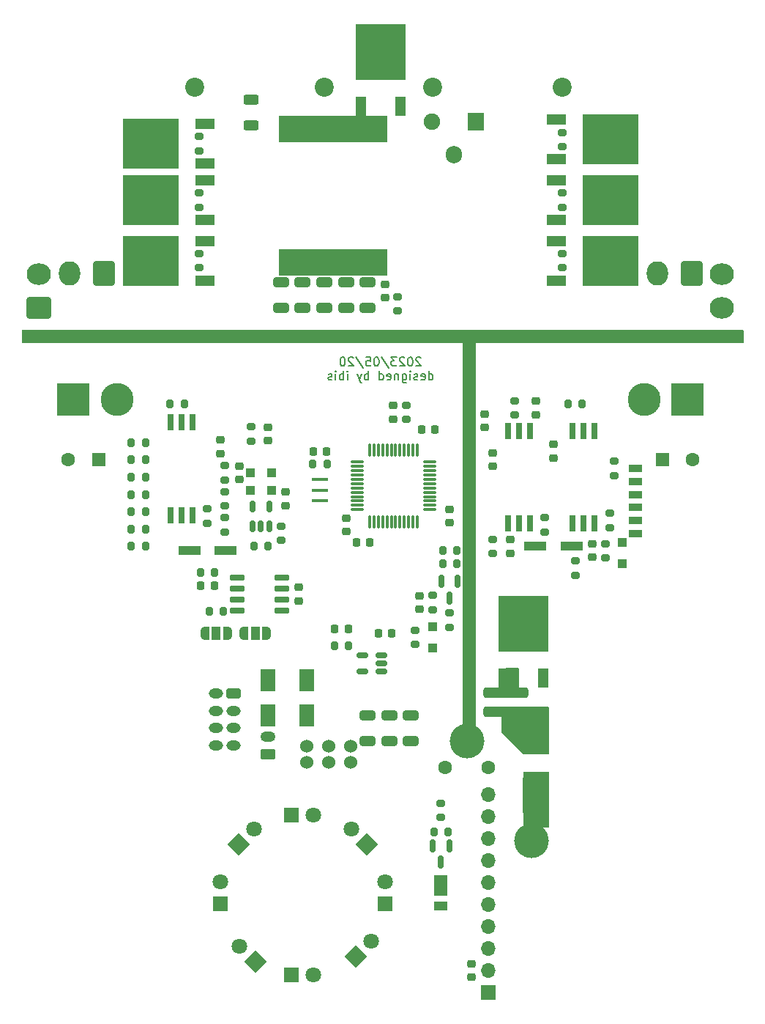
<source format=gbr>
G04 #@! TF.GenerationSoftware,KiCad,Pcbnew,(6.0.11)*
G04 #@! TF.CreationDate,2023-12-28T20:45:09+09:00*
G04 #@! TF.ProjectId,ORION_boost_v5,4f52494f-4e5f-4626-9f6f-73745f76352e,rev?*
G04 #@! TF.SameCoordinates,Original*
G04 #@! TF.FileFunction,Soldermask,Bot*
G04 #@! TF.FilePolarity,Negative*
%FSLAX46Y46*%
G04 Gerber Fmt 4.6, Leading zero omitted, Abs format (unit mm)*
G04 Created by KiCad (PCBNEW (6.0.11)) date 2023-12-28 20:45:09*
%MOMM*%
%LPD*%
G01*
G04 APERTURE LIST*
G04 Aperture macros list*
%AMRoundRect*
0 Rectangle with rounded corners*
0 $1 Rounding radius*
0 $2 $3 $4 $5 $6 $7 $8 $9 X,Y pos of 4 corners*
0 Add a 4 corners polygon primitive as box body*
4,1,4,$2,$3,$4,$5,$6,$7,$8,$9,$2,$3,0*
0 Add four circle primitives for the rounded corners*
1,1,$1+$1,$2,$3*
1,1,$1+$1,$4,$5*
1,1,$1+$1,$6,$7*
1,1,$1+$1,$8,$9*
0 Add four rect primitives between the rounded corners*
20,1,$1+$1,$2,$3,$4,$5,0*
20,1,$1+$1,$4,$5,$6,$7,0*
20,1,$1+$1,$6,$7,$8,$9,0*
20,1,$1+$1,$8,$9,$2,$3,0*%
%AMRotRect*
0 Rectangle, with rotation*
0 The origin of the aperture is its center*
0 $1 length*
0 $2 width*
0 $3 Rotation angle, in degrees counterclockwise*
0 Add horizontal line*
21,1,$1,$2,0,0,$3*%
%AMFreePoly0*
4,1,22,0.550000,-0.750000,0.000000,-0.750000,0.000000,-0.745033,-0.079941,-0.743568,-0.215256,-0.701293,-0.333266,-0.622738,-0.424486,-0.514219,-0.481581,-0.384460,-0.499164,-0.250000,-0.500000,-0.250000,-0.500000,0.250000,-0.499164,0.250000,-0.499963,0.256109,-0.478152,0.396186,-0.417904,0.524511,-0.324060,0.630769,-0.204165,0.706417,-0.067858,0.745374,0.000000,0.744959,0.000000,0.750000,
0.550000,0.750000,0.550000,-0.750000,0.550000,-0.750000,$1*%
%AMFreePoly1*
4,1,20,0.000000,0.744959,0.073905,0.744508,0.209726,0.703889,0.328688,0.626782,0.421226,0.519385,0.479903,0.390333,0.500000,0.250000,0.500000,-0.250000,0.499851,-0.262216,0.476331,-0.402017,0.414519,-0.529596,0.319384,-0.634700,0.198574,-0.708877,0.061801,-0.746166,0.000000,-0.745033,0.000000,-0.750000,-0.550000,-0.750000,-0.550000,0.750000,0.000000,0.750000,0.000000,0.744959,
0.000000,0.744959,$1*%
G04 Aperture macros list end*
%ADD10C,0.150000*%
%ADD11O,2.800000X2.460000*%
%ADD12R,3.800000X3.800000*%
%ADD13C,3.800000*%
%ADD14RoundRect,0.250000X0.625000X-0.350000X0.625000X0.350000X-0.625000X0.350000X-0.625000X-0.350000X0*%
%ADD15O,1.750000X1.200000*%
%ADD16C,1.524000*%
%ADD17C,1.600000*%
%ADD18RoundRect,0.250000X-0.575000X0.350000X-0.575000X-0.350000X0.575000X-0.350000X0.575000X0.350000X0*%
%ADD19O,1.650000X1.200000*%
%ADD20R,1.700000X1.700000*%
%ADD21O,1.700000X1.700000*%
%ADD22RoundRect,0.500000X-0.500000X2.000000X-0.500000X-2.000000X0.500000X-2.000000X0.500000X2.000000X0*%
%ADD23RoundRect,0.250000X1.150000X-0.980000X1.150000X0.980000X-1.150000X0.980000X-1.150000X-0.980000X0*%
%ADD24C,4.000000*%
%ADD25RoundRect,0.225000X0.575000X-0.225000X0.575000X0.225000X-0.575000X0.225000X-0.575000X-0.225000X0*%
%ADD26R,1.600000X1.600000*%
%ADD27RoundRect,0.200000X-0.200000X-0.275000X0.200000X-0.275000X0.200000X0.275000X-0.200000X0.275000X0*%
%ADD28R,1.000000X1.000000*%
%ADD29RoundRect,0.250000X-0.625000X0.312500X-0.625000X-0.312500X0.625000X-0.312500X0.625000X0.312500X0*%
%ADD30R,2.580000X1.000000*%
%ADD31R,2.200000X1.200000*%
%ADD32R,6.400000X5.800000*%
%ADD33R,1.200000X1.200000*%
%ADD34R,1.000000X1.200000*%
%ADD35FreePoly0,0.000000*%
%ADD36R,1.000000X1.500000*%
%ADD37FreePoly1,0.000000*%
%ADD38RoundRect,0.200000X0.200000X0.275000X-0.200000X0.275000X-0.200000X-0.275000X0.200000X-0.275000X0*%
%ADD39RoundRect,0.225000X-0.225000X-0.250000X0.225000X-0.250000X0.225000X0.250000X-0.225000X0.250000X0*%
%ADD40RoundRect,0.200000X0.275000X-0.200000X0.275000X0.200000X-0.275000X0.200000X-0.275000X-0.200000X0*%
%ADD41RoundRect,0.150000X0.150000X-0.512500X0.150000X0.512500X-0.150000X0.512500X-0.150000X-0.512500X0*%
%ADD42RoundRect,0.200000X-0.275000X0.200000X-0.275000X-0.200000X0.275000X-0.200000X0.275000X0.200000X0*%
%ADD43RoundRect,0.225000X-0.250000X0.225000X-0.250000X-0.225000X0.250000X-0.225000X0.250000X0.225000X0*%
%ADD44RoundRect,0.250000X0.980000X1.150000X-0.980000X1.150000X-0.980000X-1.150000X0.980000X-1.150000X0*%
%ADD45O,2.460000X2.800000*%
%ADD46RotRect,1.800000X1.800000X45.000000*%
%ADD47C,1.800000*%
%ADD48RoundRect,0.250000X0.650000X-0.325000X0.650000X0.325000X-0.650000X0.325000X-0.650000X-0.325000X0*%
%ADD49RotRect,1.800000X1.800000X135.000000*%
%ADD50RoundRect,0.225000X0.225000X0.250000X-0.225000X0.250000X-0.225000X-0.250000X0.225000X-0.250000X0*%
%ADD51RoundRect,0.225000X0.250000X-0.225000X0.250000X0.225000X-0.250000X0.225000X-0.250000X-0.225000X0*%
%ADD52RoundRect,0.150000X0.512500X0.150000X-0.512500X0.150000X-0.512500X-0.150000X0.512500X-0.150000X0*%
%ADD53R,1.500000X2.400000*%
%ADD54R,1.500000X1.050000*%
%ADD55RoundRect,0.250000X-0.650000X0.325000X-0.650000X-0.325000X0.650000X-0.325000X0.650000X0.325000X0*%
%ADD56R,1.900000X0.400000*%
%ADD57C,2.200000*%
%ADD58R,0.640000X1.900000*%
%ADD59RoundRect,0.150000X0.725000X0.150000X-0.725000X0.150000X-0.725000X-0.150000X0.725000X-0.150000X0*%
%ADD60R,1.800000X1.800000*%
%ADD61RoundRect,0.150000X-0.150000X0.587500X-0.150000X-0.587500X0.150000X-0.587500X0.150000X0.587500X0*%
%ADD62R,1.200000X2.200000*%
%ADD63R,5.800000X6.400000*%
%ADD64R,1.800000X2.500000*%
%ADD65RoundRect,0.250000X2.350000X-0.325000X2.350000X0.325000X-2.350000X0.325000X-2.350000X-0.325000X0*%
%ADD66RoundRect,0.075000X-0.662500X-0.075000X0.662500X-0.075000X0.662500X0.075000X-0.662500X0.075000X0*%
%ADD67RoundRect,0.075000X-0.075000X-0.662500X0.075000X-0.662500X0.075000X0.662500X-0.075000X0.662500X0*%
%ADD68R,12.500000X3.150000*%
%ADD69C,1.905000*%
%ADD70O,1.905000X2.000000*%
%ADD71R,1.905000X2.000000*%
G04 APERTURE END LIST*
D10*
X129666666Y-84242619D02*
X129619047Y-84195000D01*
X129523809Y-84147380D01*
X129285714Y-84147380D01*
X129190476Y-84195000D01*
X129142857Y-84242619D01*
X129095238Y-84337857D01*
X129095238Y-84433095D01*
X129142857Y-84575952D01*
X129714285Y-85147380D01*
X129095238Y-85147380D01*
X128476190Y-84147380D02*
X128380952Y-84147380D01*
X128285714Y-84195000D01*
X128238095Y-84242619D01*
X128190476Y-84337857D01*
X128142857Y-84528333D01*
X128142857Y-84766428D01*
X128190476Y-84956904D01*
X128238095Y-85052142D01*
X128285714Y-85099761D01*
X128380952Y-85147380D01*
X128476190Y-85147380D01*
X128571428Y-85099761D01*
X128619047Y-85052142D01*
X128666666Y-84956904D01*
X128714285Y-84766428D01*
X128714285Y-84528333D01*
X128666666Y-84337857D01*
X128619047Y-84242619D01*
X128571428Y-84195000D01*
X128476190Y-84147380D01*
X127761904Y-84242619D02*
X127714285Y-84195000D01*
X127619047Y-84147380D01*
X127380952Y-84147380D01*
X127285714Y-84195000D01*
X127238095Y-84242619D01*
X127190476Y-84337857D01*
X127190476Y-84433095D01*
X127238095Y-84575952D01*
X127809523Y-85147380D01*
X127190476Y-85147380D01*
X126857142Y-84147380D02*
X126238095Y-84147380D01*
X126571428Y-84528333D01*
X126428571Y-84528333D01*
X126333333Y-84575952D01*
X126285714Y-84623571D01*
X126238095Y-84718809D01*
X126238095Y-84956904D01*
X126285714Y-85052142D01*
X126333333Y-85099761D01*
X126428571Y-85147380D01*
X126714285Y-85147380D01*
X126809523Y-85099761D01*
X126857142Y-85052142D01*
X125095238Y-84099761D02*
X125952380Y-85385476D01*
X124571428Y-84147380D02*
X124476190Y-84147380D01*
X124380952Y-84195000D01*
X124333333Y-84242619D01*
X124285714Y-84337857D01*
X124238095Y-84528333D01*
X124238095Y-84766428D01*
X124285714Y-84956904D01*
X124333333Y-85052142D01*
X124380952Y-85099761D01*
X124476190Y-85147380D01*
X124571428Y-85147380D01*
X124666666Y-85099761D01*
X124714285Y-85052142D01*
X124761904Y-84956904D01*
X124809523Y-84766428D01*
X124809523Y-84528333D01*
X124761904Y-84337857D01*
X124714285Y-84242619D01*
X124666666Y-84195000D01*
X124571428Y-84147380D01*
X123333333Y-84147380D02*
X123809523Y-84147380D01*
X123857142Y-84623571D01*
X123809523Y-84575952D01*
X123714285Y-84528333D01*
X123476190Y-84528333D01*
X123380952Y-84575952D01*
X123333333Y-84623571D01*
X123285714Y-84718809D01*
X123285714Y-84956904D01*
X123333333Y-85052142D01*
X123380952Y-85099761D01*
X123476190Y-85147380D01*
X123714285Y-85147380D01*
X123809523Y-85099761D01*
X123857142Y-85052142D01*
X122142857Y-84099761D02*
X123000000Y-85385476D01*
X121857142Y-84242619D02*
X121809523Y-84195000D01*
X121714285Y-84147380D01*
X121476190Y-84147380D01*
X121380952Y-84195000D01*
X121333333Y-84242619D01*
X121285714Y-84337857D01*
X121285714Y-84433095D01*
X121333333Y-84575952D01*
X121904761Y-85147380D01*
X121285714Y-85147380D01*
X120666666Y-84147380D02*
X120571428Y-84147380D01*
X120476190Y-84195000D01*
X120428571Y-84242619D01*
X120380952Y-84337857D01*
X120333333Y-84528333D01*
X120333333Y-84766428D01*
X120380952Y-84956904D01*
X120428571Y-85052142D01*
X120476190Y-85099761D01*
X120571428Y-85147380D01*
X120666666Y-85147380D01*
X120761904Y-85099761D01*
X120809523Y-85052142D01*
X120857142Y-84956904D01*
X120904761Y-84766428D01*
X120904761Y-84528333D01*
X120857142Y-84337857D01*
X120809523Y-84242619D01*
X120761904Y-84195000D01*
X120666666Y-84147380D01*
X130571428Y-86757380D02*
X130571428Y-85757380D01*
X130571428Y-86709761D02*
X130666666Y-86757380D01*
X130857142Y-86757380D01*
X130952380Y-86709761D01*
X131000000Y-86662142D01*
X131047619Y-86566904D01*
X131047619Y-86281190D01*
X131000000Y-86185952D01*
X130952380Y-86138333D01*
X130857142Y-86090714D01*
X130666666Y-86090714D01*
X130571428Y-86138333D01*
X129714285Y-86709761D02*
X129809523Y-86757380D01*
X130000000Y-86757380D01*
X130095238Y-86709761D01*
X130142857Y-86614523D01*
X130142857Y-86233571D01*
X130095238Y-86138333D01*
X130000000Y-86090714D01*
X129809523Y-86090714D01*
X129714285Y-86138333D01*
X129666666Y-86233571D01*
X129666666Y-86328809D01*
X130142857Y-86424047D01*
X129285714Y-86709761D02*
X129190476Y-86757380D01*
X129000000Y-86757380D01*
X128904761Y-86709761D01*
X128857142Y-86614523D01*
X128857142Y-86566904D01*
X128904761Y-86471666D01*
X129000000Y-86424047D01*
X129142857Y-86424047D01*
X129238095Y-86376428D01*
X129285714Y-86281190D01*
X129285714Y-86233571D01*
X129238095Y-86138333D01*
X129142857Y-86090714D01*
X129000000Y-86090714D01*
X128904761Y-86138333D01*
X128428571Y-86757380D02*
X128428571Y-86090714D01*
X128428571Y-85757380D02*
X128476190Y-85805000D01*
X128428571Y-85852619D01*
X128380952Y-85805000D01*
X128428571Y-85757380D01*
X128428571Y-85852619D01*
X127523809Y-86090714D02*
X127523809Y-86900238D01*
X127571428Y-86995476D01*
X127619047Y-87043095D01*
X127714285Y-87090714D01*
X127857142Y-87090714D01*
X127952380Y-87043095D01*
X127523809Y-86709761D02*
X127619047Y-86757380D01*
X127809523Y-86757380D01*
X127904761Y-86709761D01*
X127952380Y-86662142D01*
X128000000Y-86566904D01*
X128000000Y-86281190D01*
X127952380Y-86185952D01*
X127904761Y-86138333D01*
X127809523Y-86090714D01*
X127619047Y-86090714D01*
X127523809Y-86138333D01*
X127047619Y-86090714D02*
X127047619Y-86757380D01*
X127047619Y-86185952D02*
X127000000Y-86138333D01*
X126904761Y-86090714D01*
X126761904Y-86090714D01*
X126666666Y-86138333D01*
X126619047Y-86233571D01*
X126619047Y-86757380D01*
X125761904Y-86709761D02*
X125857142Y-86757380D01*
X126047619Y-86757380D01*
X126142857Y-86709761D01*
X126190476Y-86614523D01*
X126190476Y-86233571D01*
X126142857Y-86138333D01*
X126047619Y-86090714D01*
X125857142Y-86090714D01*
X125761904Y-86138333D01*
X125714285Y-86233571D01*
X125714285Y-86328809D01*
X126190476Y-86424047D01*
X124857142Y-86757380D02*
X124857142Y-85757380D01*
X124857142Y-86709761D02*
X124952380Y-86757380D01*
X125142857Y-86757380D01*
X125238095Y-86709761D01*
X125285714Y-86662142D01*
X125333333Y-86566904D01*
X125333333Y-86281190D01*
X125285714Y-86185952D01*
X125238095Y-86138333D01*
X125142857Y-86090714D01*
X124952380Y-86090714D01*
X124857142Y-86138333D01*
X123619047Y-86757380D02*
X123619047Y-85757380D01*
X123619047Y-86138333D02*
X123523809Y-86090714D01*
X123333333Y-86090714D01*
X123238095Y-86138333D01*
X123190476Y-86185952D01*
X123142857Y-86281190D01*
X123142857Y-86566904D01*
X123190476Y-86662142D01*
X123238095Y-86709761D01*
X123333333Y-86757380D01*
X123523809Y-86757380D01*
X123619047Y-86709761D01*
X122809523Y-86090714D02*
X122571428Y-86757380D01*
X122333333Y-86090714D02*
X122571428Y-86757380D01*
X122666666Y-86995476D01*
X122714285Y-87043095D01*
X122809523Y-87090714D01*
X121190476Y-86757380D02*
X121190476Y-86090714D01*
X121190476Y-85757380D02*
X121238095Y-85805000D01*
X121190476Y-85852619D01*
X121142857Y-85805000D01*
X121190476Y-85757380D01*
X121190476Y-85852619D01*
X120714285Y-86757380D02*
X120714285Y-85757380D01*
X120714285Y-86138333D02*
X120619047Y-86090714D01*
X120428571Y-86090714D01*
X120333333Y-86138333D01*
X120285714Y-86185952D01*
X120238095Y-86281190D01*
X120238095Y-86566904D01*
X120285714Y-86662142D01*
X120333333Y-86709761D01*
X120428571Y-86757380D01*
X120619047Y-86757380D01*
X120714285Y-86709761D01*
X119809523Y-86757380D02*
X119809523Y-86090714D01*
X119809523Y-85757380D02*
X119857142Y-85805000D01*
X119809523Y-85852619D01*
X119761904Y-85805000D01*
X119809523Y-85757380D01*
X119809523Y-85852619D01*
X119380952Y-86709761D02*
X119285714Y-86757380D01*
X119095238Y-86757380D01*
X119000000Y-86709761D01*
X118952380Y-86614523D01*
X118952380Y-86566904D01*
X119000000Y-86471666D01*
X119095238Y-86424047D01*
X119238095Y-86424047D01*
X119333333Y-86376428D01*
X119380952Y-86281190D01*
X119380952Y-86233571D01*
X119333333Y-86138333D01*
X119238095Y-86090714D01*
X119095238Y-86090714D01*
X119000000Y-86138333D01*
D11*
X164450000Y-78480000D03*
X164450000Y-74520000D03*
D12*
X89500000Y-89000000D03*
D13*
X94500000Y-89000000D03*
D14*
X112000000Y-130000000D03*
D15*
X112000000Y-128000000D03*
D16*
X121540000Y-130951000D03*
X119000000Y-130951000D03*
X116460000Y-130951000D03*
D17*
X132500000Y-131500000D03*
X137500000Y-131500000D03*
D18*
X108000000Y-123000000D03*
D19*
X106000000Y-123000000D03*
X108000000Y-125000000D03*
X106000000Y-125000000D03*
X108000000Y-127000000D03*
X106000000Y-127000000D03*
X108000000Y-129000000D03*
X106000000Y-129000000D03*
D20*
X137500000Y-157500000D03*
D21*
X137500000Y-154960000D03*
X137500000Y-152420000D03*
X137500000Y-149880000D03*
X137500000Y-147340000D03*
X137500000Y-144800000D03*
X137500000Y-142260000D03*
X137500000Y-139720000D03*
X137500000Y-137180000D03*
X137500000Y-134640000D03*
D22*
X142500000Y-127250000D03*
X142500000Y-134750000D03*
D23*
X85450000Y-78480000D03*
D11*
X85450000Y-74520000D03*
D16*
X116460000Y-129049000D03*
X119000000Y-129049000D03*
X121540000Y-129049000D03*
D12*
X160500000Y-89000000D03*
D13*
X155500000Y-89000000D03*
D24*
X142500000Y-140000000D03*
D25*
X154500000Y-104500000D03*
X154500000Y-103000000D03*
X154500000Y-101500000D03*
X154500000Y-100000000D03*
X154500000Y-98500000D03*
X154500000Y-97000000D03*
D24*
X135000000Y-128500000D03*
D26*
X92402651Y-96000000D03*
D17*
X88902651Y-96000000D03*
D27*
X104175000Y-109000000D03*
X105825000Y-109000000D03*
D28*
X131000000Y-117750000D03*
X131000000Y-115250000D03*
D29*
X110000000Y-54437500D03*
X110000000Y-57362500D03*
D30*
X107085000Y-106500000D03*
X102915000Y-106500000D03*
D31*
X104700000Y-70720000D03*
D32*
X98400000Y-73000000D03*
D33*
X105200000Y-75280000D03*
D34*
X104106800Y-75280000D03*
D35*
X109200000Y-116000000D03*
D36*
X110500000Y-116000000D03*
D37*
X111800000Y-116000000D03*
D38*
X97825000Y-104000000D03*
X96175000Y-104000000D03*
D39*
X117225000Y-95000000D03*
X118775000Y-95000000D03*
D26*
X157597349Y-96000000D03*
D17*
X161097349Y-96000000D03*
D40*
X138000000Y-106825000D03*
X138000000Y-105175000D03*
X104977500Y-103325000D03*
X104977500Y-101675000D03*
D41*
X112125000Y-103637500D03*
X111175000Y-103637500D03*
X110225000Y-103637500D03*
X110225000Y-101362500D03*
X112125000Y-101362500D03*
D42*
X107000000Y-99675000D03*
X107000000Y-101325000D03*
D38*
X97825000Y-102000000D03*
X96175000Y-102000000D03*
X112000000Y-106000000D03*
X110350000Y-106000000D03*
D43*
X133000000Y-101725000D03*
X133000000Y-103275000D03*
D44*
X92980000Y-74450000D03*
D45*
X89020000Y-74450000D03*
D46*
X108598439Y-140401561D03*
D47*
X110394490Y-138605510D03*
D48*
X123500000Y-128475000D03*
X123500000Y-125525000D03*
D40*
X147500000Y-109325000D03*
X147500000Y-107675000D03*
D49*
X123401561Y-140401561D03*
D47*
X121605510Y-138605510D03*
D43*
X140000000Y-105225000D03*
X140000000Y-106775000D03*
D50*
X126275000Y-116000000D03*
X124725000Y-116000000D03*
D31*
X145300000Y-61280000D03*
D32*
X151600000Y-59000000D03*
D31*
X145300000Y-56720000D03*
D42*
X128000000Y-89675000D03*
X128000000Y-91325000D03*
D39*
X129725000Y-92500000D03*
X131275000Y-92500000D03*
D27*
X132175000Y-106500000D03*
X133825000Y-106500000D03*
D42*
X104000000Y-65175000D03*
X104000000Y-66825000D03*
X133000000Y-113675000D03*
X133000000Y-115325000D03*
D51*
X125500000Y-77275000D03*
X125500000Y-75725000D03*
D52*
X125137500Y-118550000D03*
X125137500Y-119500000D03*
X125137500Y-120450000D03*
X122862500Y-120450000D03*
X122862500Y-118550000D03*
D53*
X132000000Y-145150000D03*
D54*
X132000000Y-147525000D03*
D38*
X97825000Y-100000000D03*
X96175000Y-100000000D03*
D42*
X129000000Y-115675000D03*
X129000000Y-117325000D03*
X146000000Y-72175000D03*
X146000000Y-73825000D03*
X140500000Y-89175000D03*
X140500000Y-90825000D03*
D50*
X105775000Y-110500000D03*
X104225000Y-110500000D03*
D55*
X118500000Y-75525000D03*
X118500000Y-78475000D03*
D31*
X104700000Y-57220000D03*
D32*
X98400000Y-59500000D03*
D31*
X104700000Y-61780000D03*
D51*
X121000000Y-104275000D03*
X121000000Y-102725000D03*
D31*
X104700000Y-63720000D03*
D32*
X98400000Y-66000000D03*
D31*
X104700000Y-68280000D03*
D51*
X106500000Y-95275000D03*
X106500000Y-93725000D03*
D38*
X97825000Y-94000000D03*
X96175000Y-94000000D03*
D56*
X118000000Y-98300000D03*
X118000000Y-99500000D03*
X118000000Y-100700000D03*
D40*
X132000000Y-137325000D03*
X132000000Y-135675000D03*
D57*
X146000000Y-53000000D03*
X131000000Y-53000000D03*
D58*
X149770000Y-103370000D03*
X148500000Y-103370000D03*
X147230000Y-103370000D03*
X147230000Y-92630000D03*
X148500000Y-92630000D03*
X149770000Y-92630000D03*
D27*
X146675000Y-89500000D03*
X148325000Y-89500000D03*
D38*
X118825000Y-96500000D03*
X117175000Y-96500000D03*
D51*
X143000000Y-90775000D03*
X143000000Y-89225000D03*
X137000000Y-92275000D03*
X137000000Y-90725000D03*
X126500000Y-91275000D03*
X126500000Y-89725000D03*
D42*
X107000000Y-102675000D03*
X107000000Y-104325000D03*
D59*
X113575000Y-109595000D03*
X113575000Y-110865000D03*
X113575000Y-112135000D03*
X113575000Y-113405000D03*
X108425000Y-113405000D03*
X108425000Y-112135000D03*
X108425000Y-110865000D03*
X108425000Y-109595000D03*
D60*
X106500000Y-147275000D03*
D47*
X106500000Y-144735000D03*
D51*
X135500000Y-155775000D03*
X135500000Y-154225000D03*
D42*
X110000000Y-92175000D03*
X110000000Y-93825000D03*
D61*
X132050000Y-110062500D03*
X133950000Y-110062500D03*
X133000000Y-111937500D03*
D62*
X143780000Y-121200000D03*
D63*
X141500000Y-114900000D03*
D62*
X139220000Y-121200000D03*
D43*
X138000000Y-95225000D03*
X138000000Y-96775000D03*
D42*
X146000000Y-58175000D03*
X146000000Y-59825000D03*
D64*
X112000000Y-121500000D03*
X112000000Y-125500000D03*
D28*
X112425000Y-97500000D03*
X109925000Y-97500000D03*
D38*
X106825000Y-113500000D03*
X105175000Y-113500000D03*
D40*
X152000000Y-97825000D03*
X152000000Y-96175000D03*
D43*
X145000000Y-94225000D03*
X145000000Y-95775000D03*
D48*
X126000000Y-128475000D03*
X126000000Y-125525000D03*
D65*
X139500000Y-125125000D03*
X139500000Y-122875000D03*
D38*
X97825000Y-106000000D03*
X96175000Y-106000000D03*
D60*
X114725000Y-155500000D03*
D47*
X117265000Y-155500000D03*
D64*
X116500000Y-121500000D03*
X116500000Y-125500000D03*
D55*
X121000000Y-75525000D03*
X121000000Y-78475000D03*
D27*
X100675000Y-89500000D03*
X102325000Y-89500000D03*
D58*
X103270000Y-102370000D03*
X102000000Y-102370000D03*
X100730000Y-102370000D03*
X100730000Y-91630000D03*
X102000000Y-91630000D03*
X103270000Y-91630000D03*
D40*
X127000000Y-78825000D03*
X127000000Y-77175000D03*
D55*
X116000000Y-75525000D03*
X116000000Y-78475000D03*
D49*
X110500000Y-154000000D03*
D47*
X108703949Y-152203949D03*
D66*
X122337500Y-101750000D03*
X122337500Y-101250000D03*
X122337500Y-100750000D03*
X122337500Y-100250000D03*
X122337500Y-99750000D03*
X122337500Y-99250000D03*
X122337500Y-98750000D03*
X122337500Y-98250000D03*
X122337500Y-97750000D03*
X122337500Y-97250000D03*
X122337500Y-96750000D03*
X122337500Y-96250000D03*
D67*
X123750000Y-94837500D03*
X124250000Y-94837500D03*
X124750000Y-94837500D03*
X125250000Y-94837500D03*
X125750000Y-94837500D03*
X126250000Y-94837500D03*
X126750000Y-94837500D03*
X127250000Y-94837500D03*
X127750000Y-94837500D03*
X128250000Y-94837500D03*
X128750000Y-94837500D03*
X129250000Y-94837500D03*
D66*
X130662500Y-96250000D03*
X130662500Y-96750000D03*
X130662500Y-97250000D03*
X130662500Y-97750000D03*
X130662500Y-98250000D03*
X130662500Y-98750000D03*
X130662500Y-99250000D03*
X130662500Y-99750000D03*
X130662500Y-100250000D03*
X130662500Y-100750000D03*
X130662500Y-101250000D03*
X130662500Y-101750000D03*
D67*
X129250000Y-103162500D03*
X128750000Y-103162500D03*
X128250000Y-103162500D03*
X127750000Y-103162500D03*
X127250000Y-103162500D03*
X126750000Y-103162500D03*
X126250000Y-103162500D03*
X125750000Y-103162500D03*
X125250000Y-103162500D03*
X124750000Y-103162500D03*
X124250000Y-103162500D03*
X123750000Y-103162500D03*
D42*
X107000000Y-96675000D03*
X107000000Y-98325000D03*
D68*
X119500000Y-73175000D03*
X119500000Y-57825000D03*
D43*
X115500000Y-110725000D03*
X115500000Y-112275000D03*
D42*
X131000000Y-111675000D03*
X131000000Y-113325000D03*
D69*
X130960000Y-56907500D03*
D70*
X133500000Y-60717500D03*
D71*
X136040000Y-56907500D03*
D43*
X149500000Y-105725000D03*
X149500000Y-107275000D03*
D55*
X113500000Y-75525000D03*
X113500000Y-78475000D03*
D60*
X125500000Y-147275000D03*
D47*
X125500000Y-144735000D03*
D44*
X160980000Y-74450000D03*
D45*
X157020000Y-74450000D03*
D48*
X128500000Y-128475000D03*
X128500000Y-125525000D03*
D46*
X122098439Y-153401561D03*
D47*
X123894490Y-151605510D03*
D42*
X113500000Y-103675000D03*
X113500000Y-105325000D03*
X104000000Y-72175000D03*
X104000000Y-73825000D03*
D51*
X108675000Y-98275000D03*
X108675000Y-96725000D03*
X112000000Y-93775000D03*
X112000000Y-92225000D03*
D58*
X142270000Y-103370000D03*
X141000000Y-103370000D03*
X139730000Y-103370000D03*
X139730000Y-92630000D03*
X141000000Y-92630000D03*
X142270000Y-92630000D03*
D60*
X114725000Y-137000000D03*
D47*
X117265000Y-137000000D03*
D43*
X129500000Y-111725000D03*
X129500000Y-113275000D03*
D42*
X104000000Y-58675000D03*
X104000000Y-60325000D03*
D55*
X123500000Y-75525000D03*
X123500000Y-78475000D03*
D57*
X103500000Y-53000000D03*
X118500000Y-53000000D03*
D61*
X131050000Y-140562500D03*
X132950000Y-140562500D03*
X132000000Y-142437500D03*
D40*
X144000000Y-104325000D03*
X144000000Y-102675000D03*
D50*
X123775000Y-105500000D03*
X122225000Y-105500000D03*
D39*
X119725000Y-115500000D03*
X121275000Y-115500000D03*
D35*
X104700000Y-116000000D03*
D36*
X106000000Y-116000000D03*
D37*
X107300000Y-116000000D03*
D31*
X145300000Y-75280000D03*
D32*
X151600000Y-73000000D03*
D33*
X144800000Y-70720000D03*
D34*
X145893200Y-70720000D03*
D38*
X132825000Y-139000000D03*
X131175000Y-139000000D03*
D63*
X125000000Y-48900000D03*
D62*
X122720000Y-55200000D03*
X127280000Y-55200000D03*
D51*
X114000000Y-101275000D03*
X114000000Y-99725000D03*
D42*
X146000000Y-65175000D03*
X146000000Y-66825000D03*
D38*
X97825000Y-96000000D03*
X96175000Y-96000000D03*
D30*
X147085000Y-106000000D03*
X142915000Y-106000000D03*
D38*
X133825000Y-108000000D03*
X132175000Y-108000000D03*
D31*
X145300000Y-68280000D03*
D32*
X151600000Y-66000000D03*
D31*
X145300000Y-63720000D03*
D28*
X153000000Y-108037500D03*
X153000000Y-105537500D03*
D40*
X151000000Y-107325000D03*
X151000000Y-105675000D03*
X151500000Y-103825000D03*
X151500000Y-102175000D03*
D27*
X119675000Y-117500000D03*
X121325000Y-117500000D03*
D28*
X109925000Y-99500000D03*
X112425000Y-99500000D03*
D38*
X97825000Y-98000000D03*
X96175000Y-98000000D03*
G36*
X144442121Y-132020002D02*
G01*
X144488614Y-132073658D01*
X144500000Y-132126000D01*
X144500000Y-138374000D01*
X144479998Y-138442121D01*
X144426342Y-138488614D01*
X144374000Y-138500000D01*
X141626000Y-138500000D01*
X141557879Y-138479998D01*
X141511386Y-138426342D01*
X141500000Y-138374000D01*
X141500000Y-132126000D01*
X141520002Y-132057879D01*
X141573658Y-132011386D01*
X141626000Y-132000000D01*
X144374000Y-132000000D01*
X144442121Y-132020002D01*
G37*
G36*
X166942121Y-81020002D02*
G01*
X166988614Y-81073658D01*
X167000000Y-81126000D01*
X167000000Y-82374000D01*
X166979998Y-82442121D01*
X166926342Y-82488614D01*
X166874000Y-82500000D01*
X136018115Y-82500000D01*
X136002876Y-82504475D01*
X136001671Y-82505865D01*
X136000000Y-82513548D01*
X136000000Y-128874000D01*
X135979998Y-128942121D01*
X135926342Y-128988614D01*
X135874000Y-129000000D01*
X134626000Y-129000000D01*
X134557879Y-128979998D01*
X134511386Y-128926342D01*
X134500000Y-128874000D01*
X134500000Y-82518115D01*
X134495525Y-82502876D01*
X134494135Y-82501671D01*
X134486452Y-82500000D01*
X83626000Y-82500000D01*
X83557879Y-82479998D01*
X83511386Y-82426342D01*
X83500000Y-82374000D01*
X83500000Y-81126000D01*
X83520002Y-81057879D01*
X83573658Y-81011386D01*
X83626000Y-81000000D01*
X166874000Y-81000000D01*
X166942121Y-81020002D01*
G37*
G36*
X140942121Y-120020002D02*
G01*
X140988614Y-120073658D01*
X141000000Y-120126000D01*
X141000000Y-122874000D01*
X140979998Y-122942121D01*
X140926342Y-122988614D01*
X140874000Y-123000000D01*
X139626000Y-123000000D01*
X139557879Y-122979998D01*
X139511386Y-122926342D01*
X139500000Y-122874000D01*
X139500000Y-120126000D01*
X139520002Y-120057879D01*
X139573658Y-120011386D01*
X139626000Y-120000000D01*
X140874000Y-120000000D01*
X140942121Y-120020002D01*
G37*
G36*
X144442121Y-124520002D02*
G01*
X144488614Y-124573658D01*
X144500000Y-124626000D01*
X144500000Y-129874000D01*
X144479998Y-129942121D01*
X144426342Y-129988614D01*
X144374000Y-130000000D01*
X141552190Y-130000000D01*
X141484069Y-129979998D01*
X141463095Y-129963095D01*
X139036905Y-127536905D01*
X139002879Y-127474593D01*
X139000000Y-127447810D01*
X139000000Y-124626000D01*
X139020002Y-124557879D01*
X139073658Y-124511386D01*
X139126000Y-124500000D01*
X144374000Y-124500000D01*
X144442121Y-124520002D01*
G37*
M02*

</source>
